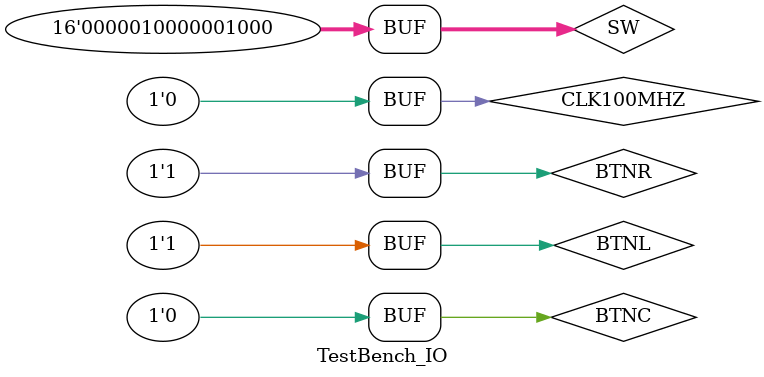
<source format=sv>
`timescale 1ns / 1ps

module TestBench_IO(   );
    logic CLK100MHZ, BTNC;//reset
    logic BTNL, BTNR;
    logic [15:0] SW;
    logic [7:0] AN;
    logic DP;
    logic [6:0] A2G;
    
    Top T(CLK100MHZ, BTNC, BTNL, BTNR, SW, AN, DP, A2G);
    
    initial begin
        #0; BTNC <= 1;
        #2; BTNC <= 0;
        #2; BTNL <= 1; BTNR <= 1;
        #2; SW <= 16'b00000100_00001000;
    end
    
    always begin
        CLK100MHZ <= 1; #5; CLK100MHZ <= 0; #5; end


endmodule






</source>
